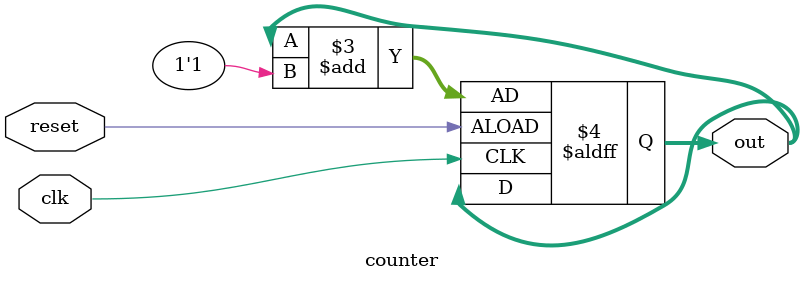
<source format=v>
module counter(
    input clk,
    input reset,
    output reg [3:0] out
);

    always @(posedge clk or negedge reset) begin
        if (!reset)
            out <= out + 1'b1;
    end
    
    endmodule

</source>
